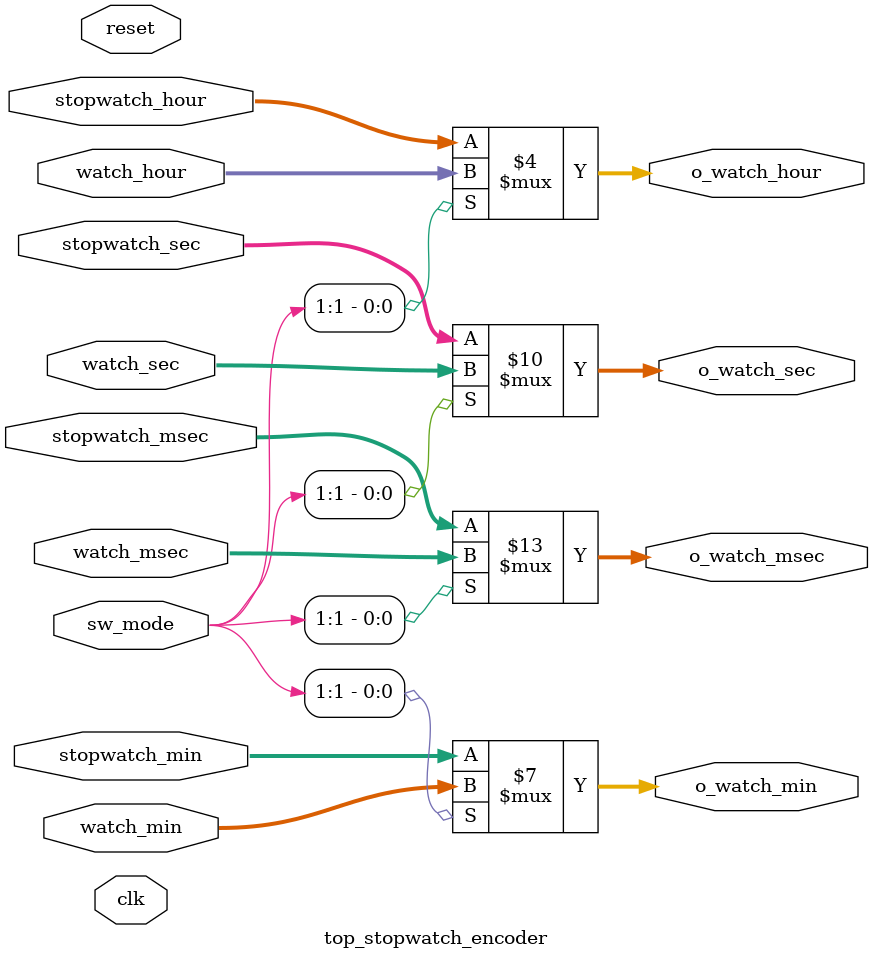
<source format=v>
`timescale 1ns / 1ps

module top_stopwatch (
    input clk,
    input reset,
    input btn_run_hour,
    input btn_clear_start,
    input btn_sec,
    input btn_min,
    input [1:0] sw_mode,
    output [3:0] fnd_comm,
    output [7:0] fnd_font,
    output [3:0] led
);
    wire w_run, w_clear, w_hour, w_min, w_sec, w_start, run, clear;
    wire [6:0] msec, sec, min, hour;
    wire [6:0] w_watch_msec, w_stop_msec;
    wire [5:0] w_watch_sec, w_stop_sec;
    wire [5:0] w_watch_min, w_stop_min;
    wire [4:0] w_watch_hour, w_stop_hour;



    // 1bit wire는 선언안해도 자동 1bit 로 연결됨

    btn_debounce U_Btn_Run_DB (
        .clk  (clk),
        .reset(reset),
        .i_btn(btn_run_hour & sw_mode[1] == 0),
        .o_btn(w_run)
    );
    btn_debounce U_Btn_Clear_DB (
        .clk  (clk),
        .reset(reset),
        .i_btn(btn_clear_start & sw_mode[1] == 0),
        .o_btn(w_clear)
    );
    btn_debounce U_Btn_Hour_DB (
        .clk  (clk),
        .reset(reset),
        .i_btn(btn_run_hour & sw_mode[1] == 1),
        .o_btn(w_hour)
    );
    btn_debounce U_Btn_Start_DB (
        .clk  (clk),
        .reset(reset),
        .i_btn(btn_clear_start & sw_mode[1] == 1),
        .o_btn(w_start)
    );
    btn_debounce U_Btn_Min_DB (
        .clk  (clk),
        .reset(reset),
        .i_btn(btn_min),
        .o_btn(w_min)
    );
    btn_debounce U_Btn_Sec_DB (
        .clk  (clk),
        .reset(reset),
        .i_btn(btn_sec),
        .o_btn(w_sec)
    );
    stopwatch_cu U_Stopwatch (
        .clk(clk),
        .reset(reset),
        .i_btn_run(w_run),
        .i_btn_clear(w_clear),
        .o_run(run),
        .o_clear(clear)
    );
    fnd_controller U_Fnd_Ctrl (
        .clk(clk),
        .reset(reset),
        .sw_mode(sw_mode),
        .msec(msec),
        .sec(sec),
        .min(min),
        .hour(hour),
        .fnd_font(fnd_font),
        .fnd_comm(fnd_comm)
    );
    stopwatch_dp U_StopWatch_dp (
        .clk  (clk),
        .reset(reset),
        .run  (run),
        .clear(clear),
        .msec (w_stop_msec),
        .sec  (w_stop_sec),
        .min  (w_stop_min),
        .hour (w_stop_hour)
    );
    clock_dp U_clock_dp (
        .clk(clk),
        .reset(reset),
        .i_btn_sec(w_sec),
        .i_btn_min(w_min),
        .i_btn_hour(w_hour),
        .i_start(w_start),
        .sw(sw_mode),
        .msec(w_watch_msec),
        .sec(w_watch_sec),
        .min(w_watch_min),
        .hour(w_watch_hour)
    );
    top_stopwatch_encoder U_Stopwatch_encoder (
        .clk(clk),
        .reset(reset),
        .watch_msec(w_watch_msec),
        .stopwatch_msec(w_stop_msec),
        .watch_sec(w_watch_sec),
        .stopwatch_sec(w_stop_sec),
        .watch_min(w_watch_min),
        .stopwatch_min(w_stop_min),
        .watch_hour(w_watch_hour),
        .stopwatch_hour(w_stop_hour),
        .sw_mode(sw_mode),
        .o_watch_msec(msec),
        .o_watch_sec(sec),
        .o_watch_min(min),
        .o_watch_hour(hour)
    );
    stopwatch_led U_led (
        .sw_mode(sw_mode),
        .led(led)
    );

endmodule

module stopwatch_led (
    input [1:0] sw_mode,
    output reg [3:0] led
);
    always @(sw_mode) begin
        case (sw_mode)
            2'b00:   led = 4'b0001;
            2'b01:   led = 4'b0010;
            2'b10:   led = 4'b0100;
            2'b11:   led = 4'b1000;
            default: led = 4'b0001;
        endcase
    end
endmodule

module top_stopwatch_encoder (
    input clk,
    reset,
    input [6:0] watch_msec,
    stopwatch_msec,
    input [5:0] watch_sec,
    stopwatch_sec,
    input [5:0] watch_min,
    stopwatch_min,
    input [4:0] watch_hour,
    stopwatch_hour,
    input [1:0] sw_mode,
    output reg [6:0] o_watch_msec,
    output reg [5:0] o_watch_sec,
    output reg [5:0] o_watch_min,
    output reg [4:0] o_watch_hour
);
    always @(*) begin
        if (sw_mode[1] == 1'b1) begin
            o_watch_msec = watch_msec;
            o_watch_sec  = watch_sec;
            o_watch_min  = watch_min;
            o_watch_hour = watch_hour;
        end else begin
            o_watch_msec = stopwatch_msec;
            o_watch_sec  = stopwatch_sec;
            o_watch_min  = stopwatch_min;
            o_watch_hour = stopwatch_hour;
        end
    end

endmodule




</source>
